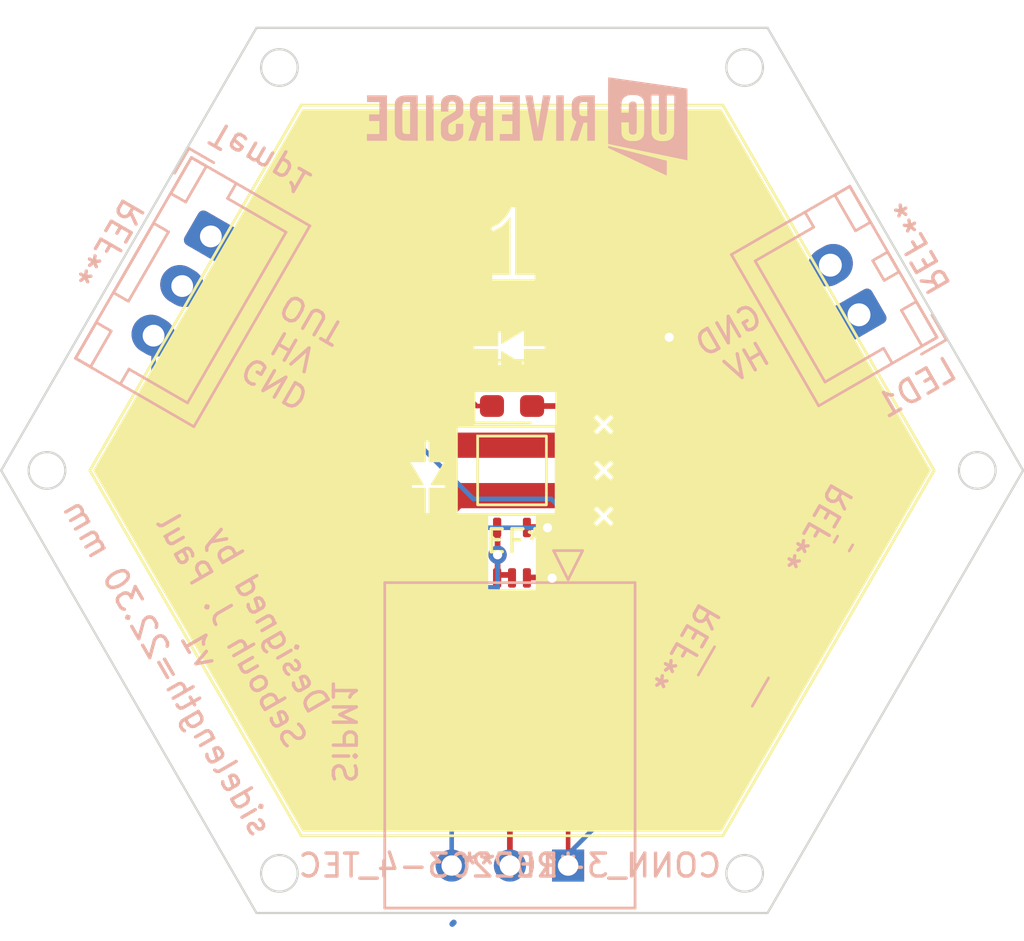
<source format=kicad_pcb>
(kicad_pcb (version 20211014) (generator pcbnew)
  (layers (0 "F.Cu" signal) (31 "B.Cu" signal) (34 "B.Paste" user) (35 "F.Paste" user) (36 "B.SilkS" user "B.Silkscreen") (37 "F.SilkS" user "F.Silkscreen") (38 "B.Mask" user) (39 "F.Mask" user) (44 "Edge.Cuts" user))
  (net 0 "")
  (footprint "Symbol:diode_direction_negative" (layer "F.Cu") (at 103.8 52.65)
    (fp_text reference "REF**" hide)
    (fp_text value "diode_direction_negative" hide)
    (fp_poly (pts (xy 1.4 0.05) (xy 1.4 -0.1) (xy 0.5 -0.1) (xy 0.5 -0.8) (xy -0.5 -0.2) (xy -0.5 -0.7) (xy -0.7 -0.7) (xy -0.7 -0.1) (xy -1.8 -0.1) (xy -1.8 0.1) (xy -0.7 0.1) (xy -0.7 0.8) (xy -0.5 0.8) (xy -0.5 0.2) (xy 0.5 0.8) (xy 0.5 0.1) (xy 2.5 0.1) (xy 2.5 1.9) (xy -1.9 1.9) (xy -1.9 -2) (xy 2.5 -2) (xy 2.5 0.075)) (layer "F.SilkS") (width 0.08) (fill solid))
  )
  (footprint "LED_SMD:LED_0603_1608Metric_Pad1.05x0.95mm_HandSolder" (layer "F.Cu") (at 103.74 55.2)
    (fp_text reference "REF**" (at 0 -1.43) (layer "F.SilkS"))
    (fp_text value "LED_0603_1608Metric_Pad1.05x0.95mm_HandSolder")
    (fp_line (start -1.66 -0.735) (end -1.66 0.735) (layer "F.SilkS") (width 0.12))
    (fp_line (start 0.8 -0.735) (end -1.66 -0.735) (layer "F.SilkS") (width 0.12))
    (fp_line (start -1.66 0.735) (end 0.8 0.735) (layer "F.SilkS") (width 0.12))
    (pad "1" smd roundrect (at -0.875 0) (size 1.05 0.95) (layers "F.Cu" "F.Paste" "F.Mask"))
    (pad "2" smd roundrect (at 0.875 0) (size 1.05 0.95) (layers "F.Cu" "F.Paste" "F.Mask"))
  )
  (footprint "" (layer "F.Cu") (at 103.09 62.7)
    (fp_text reference "" (at 0 0) (layer "F.SilkS") (effects (font (size 1.27 1.27))))
    (fp_text value "" (at 0 0) (layer "F.SilkS") (effects (font (size 1.27 1.27))))
    (pad "1" smd roundrect (at 0 0) (size 0.35 0.85) (layers "F.Cu" "F.Paste" "F.Mask"))
  )
  (footprint "Sensor:LM94021QBIMG-NOPB" (layer "F.Cu") (at 103.74 61.6)
    (fp_text reference "REF**" (at 0 -0.5 unlocked) (layer "F.SilkS"))
    (fp_text value "LM94021QBIMG-NOPB")
    (pad "1" smd roundrect (at -0.65 1.1) (size 0.35 0.85) (layers "F.Cu" "F.Paste" "F.Mask"))
    (pad "2" smd roundrect (at 0 1.1) (size 0.35 0.85) (layers "F.Cu" "F.Paste" "F.Mask"))
    (pad "3" smd roundrect (at 0.65 1.1) (size 0.35 0.85) (layers "F.Cu" "F.Paste" "F.Mask"))
    (pad "4" smd roundrect (at 0.65 -1.1) (size 0.35 0.85) (layers "F.Cu" "F.Paste" "F.Mask"))
    (pad "5" smd roundrect (at -0.65 -1.1) (size 0.35 0.85) (layers "F.Cu" "F.Paste" "F.Mask"))
  )
  (footprint "" (layer "F.Cu") (at 103.09 60.5)
    (fp_text reference "" (at 0 0) (layer "F.SilkS") (effects (font (size 1.27 1.27))))
    (fp_text value "" (at 0 0) (layer "F.SilkS") (effects (font (size 1.27 1.27))))
    (pad "5" smd roundrect (at 0 0) (size 0.35 0.85) (layers "F.Cu" "F.Paste" "F.Mask"))
  )
  (footprint "SiPM:S14160-3015PS_copy" (layer "F.Cu") (at 103.74 58.01)
    (fp_text reference "REF**" hide)
    (fp_text value "S14160-3015PS")
    (fp_line (start -18.42 0) (end -9.2 -15.94) (layer "F.SilkS") (width 0.12))
    (fp_line (start 9.2 15.94) (end 18.42 0) (layer "F.SilkS") (width 0.12))
    (fp_line (start 1.925 -1.925) (end -2.425 -1.925) (layer "F.SilkS") (width 0.12))
    (fp_line (start -2.425 1.925) (end -2.425 -1.925) (layer "F.SilkS") (width 0.12))
    (fp_line (start -2.425 1.925) (end 1.925 1.925) (layer "F.SilkS") (width 0.12))
    (fp_line (start 18.42 0) (end 9.2 -15.94) (layer "F.SilkS") (width 0.12))
    (fp_line (start 1.925 -1.925) (end 1.925 1.925) (layer "F.SilkS") (width 0.12))
    (fp_line (start -9.2 -15.94) (end 9.2 -15.94) (layer "F.SilkS") (width 0.12))
    (fp_line (start -9.2 15.94) (end -18.42 0) (layer "F.SilkS") (width 0.12))
    (fp_line (start -9.2 15.94) (end 9.2 15.94) (layer "F.SilkS") (width 0.12))
    (fp_rect (start -1.5 -1.5) (end 1.5 1.5) (layer "F.SilkS") (width 0.12) (fill none))
    (fp_rect (start 4.6 -7.3) (end 1.95 -2.6) (layer "F.SilkS") (width 0.12) (fill solid))
    (fp_rect (start 4.6 0.6) (end 3.375 1.4) (layer "F.SilkS") (width 0.12) (fill solid))
    (fp_rect (start 1.1 2) (end 1.95 2.575) (layer "F.SilkS") (width 0.12) (fill solid))
    (fp_rect (start -1.7 -2) (end -2.425 -7.3) (layer "F.SilkS") (width 0.12) (fill solid))
    (fp_rect (start 3.375 2.575) (end 1.95 -2.6) (layer "F.SilkS") (width 0.12) (fill solid))
    (fp_rect (start 1.1 5.525) (end 4.6 2.575) (layer "F.SilkS") (width 0.12) (fill solid))
    (fp_rect (start -4.975 1.975) (end -1.1 5.325) (layer "F.SilkS") (width 0.12) (fill solid))
    (fp_rect (start -2.425 -8.1) (end 4.6 -7.3) (layer "F.SilkS") (width 0.12) (fill solid))
    (fp_rect (start -2.425 -1.925) (end -5 -12.1) (layer "F.SilkS") (width 0.12) (fill solid))
    (fp_rect (start 4.6 -0.625) (end 3.375 -1.4) (layer "F.SilkS") (width 0.12) (fill solid))
    (fp_poly (pts (xy -0.1 -12.1) (xy -5 -11.9) (xy -4.975 5.2) (xy 4.6 5.3) (xy 4.6 -8.1) (xy 1.9 -8.125) (xy 1.9 -12.1) (xy 0 -12.1) (xy 0 -15.7) (xy 9.1 -15.7) (xy 18.2 0) (xy 9.1 15.7) (xy -9.1 15.7) (xy -18.2 0) (xy -9.1 -15.7) (xy -0.1 -15.7)) (layer "F.SilkS") (width 0.12) (fill solid))
    (fp_poly (pts (xy 4.6 -1.4) (xy 3.7 -1.4) (xy 3.7 -1.5) (xy 4 -1.8) (xy 4.3 -1.5) (xy 4.5 -1.7) (xy 4.2 -2) (xy 4.5 -2.3) (xy 4.3 -2.5) (xy 4 -2.2) (xy 3.7 -2.5) (xy 3.5 -2.3) (xy 3.8 -2) (xy 3.5 -1.7) (xy 3.65 -1.55) (xy 3.675 -1.4) (xy 3.4 -1.4) (xy 3.4 -2.6) (xy 4.6 -2.6)) (layer "F.SilkS") (width 0.12) (fill solid))
    (fp_poly (pts (xy -3.65 -1.3) (xy -3.8 -1.3) (xy -3.8 -0.4) (xy -4.5 -0.4) (xy -3.9 0.6) (xy -4.4 0.6) (xy -4.4 0.8) (xy -3.8 0.8) (xy -3.8 1.9) (xy -3.6 1.9) (xy -3.6 0.8) (xy -2.9 0.8) (xy -2.9 0.6) (xy -3.5 0.6) (xy -2.9 -0.4) (xy -3.6 -0.4) (xy -3.6 -1.925) (xy -2.425 -1.925) (xy -2.425 2) (xy -5 2) (xy -5 -1.9) (xy -3.65 -1.9)) (layer "F.SilkS") (width 0.08) (fill solid))
    (fp_poly (pts (xy 4.6 0.6) (xy 3.7 0.6) (xy 3.7 0.5) (xy 4 0.2) (xy 4.3 0.5) (xy 4.5 0.3) (xy 4.2 0) (xy 4.5 -0.3) (xy 4.3 -0.5) (xy 4 -0.2) (xy 3.7 -0.5) (xy 3.5 -0.3) (xy 3.8 0) (xy 3.5 0.3) (xy 3.65 0.45) (xy 3.675 0.6) (xy 3.4 0.6) (xy 3.4 -0.6) (xy 4.6 -0.6)) (layer "F.SilkS") (width 0.12) (fill solid))
    (fp_poly (pts (xy 4.6 2.6) (xy 3.7 2.6) (xy 3.7 2.5) (xy 4 2.2) (xy 4.3 2.5) (xy 4.5 2.3) (xy 4.2 2) (xy 4.5 1.7) (xy 4.3 1.5) (xy 4 1.8) (xy 3.7 1.5) (xy 3.5 1.7) (xy 3.8 2) (xy 3.5 2.3) (xy 3.65 2.45) (xy 3.675 2.6) (xy 3.4 2.6) (xy 3.4 1.4) (xy 4.6 1.4)) (layer "F.SilkS") (width 0.12) (fill solid))
    (pad "1" smd rect (at -0.25 -1.1) (size 4.3 1.1) (layers "F.Cu" "F.Paste" "F.Mask"))
    (pad "2" smd rect (at -0.25 1.1) (size 4.3 1.1) (layers "F.Cu" "F.Paste" "F.Mask"))
  )
  (footprint "Connector_JST:JST_XH_B3B-XH-A_1x03_P2.50mm_Vertical" (layer "B.Cu") (at 90.6 47.8 -120)
    (fp_text reference "REF**" (at 2.5 3.55 60) (layer "B.SilkS") (effects (justify mirror)))
    (fp_text value "JST_XH_B3B-XH-A_1x03_P2.50mm_Vertical")
    (fp_line (start -1.6 2.75) (end -2.85 2.75) (layer "B.SilkS") (width 0.12))
    (fp_line (start -2.55 2.45) (end -2.55 1.7) (layer "B.SilkS") (width 0.12))
    (fp_line (start 4.25 2.45) (end 0.75 2.45) (layer "B.SilkS") (width 0.12))
    (fp_line (start 4.25 1.7) (end 4.25 2.45) (layer "B.SilkS") (width 0.12))
    (fp_line (start 7.56 2.46) (end -2.56 2.46) (layer "B.SilkS") (width 0.12))
    (fp_line (start 7.55 1.7) (end 7.55 2.45) (layer "B.SilkS") (width 0.12))
    (fp_line (start 0.75 1.7) (end 4.25 1.7) (layer "B.SilkS") (width 0.12))
    (fp_line (start -1.8 -2.75) (end 2.5 -2.75) (layer "B.SilkS") (width 0.12))
    (fp_line (start 6.8 0.2) (end 6.8 -2.75) (layer "B.SilkS") (width 0.12))
    (fp_line (start 0.75 2.45) (end 0.75 1.7) (layer "B.SilkS") (width 0.12))
    (fp_line (start 5.75 1.7) (end 7.55 1.7) (layer "B.SilkS") (width 0.12))
    (fp_line (start 7.55 2.45) (end 5.75 2.45) (layer "B.SilkS") (width 0.12))
    (fp_line (start -1.8 0.2) (end -1.8 -2.75) (layer "B.SilkS") (width 0.12))
    (fp_line (start 5.75 2.45) (end 5.75 1.7) (layer "B.SilkS") (width 0.12))
    (fp_line (start 7.55 0.2) (end 6.8 0.2) (layer "B.SilkS") (width 0.12))
    (fp_line (start -2.55 1.7) (end -0.75 1.7) (layer "B.SilkS") (width 0.12))
    (fp_line (start -2.56 -3.51) (end 7.56 -3.51) (layer "B.SilkS") (width 0.12))
    (fp_line (start -2.85 2.75) (end -2.85 1.5) (layer "B.SilkS") (width 0.12))
    (fp_line (start -0.75 1.7) (end -0.75 2.45) (layer "B.SilkS") (width 0.12))
    (fp_line (start 6.8 -2.75) (end 2.5 -2.75) (layer "B.SilkS") (width 0.12))
    (fp_line (start -2.55 0.2) (end -1.8 0.2) (layer "B.SilkS") (width 0.12))
    (fp_line (start 7.56 -3.51) (end 7.56 2.46) (layer "B.SilkS") (width 0.12))
    (fp_line (start -2.56 2.46) (end -2.56 -3.51) (layer "B.SilkS") (width 0.12))
    (fp_line (start -0.75 2.45) (end -2.55 2.45) (layer "B.SilkS") (width 0.12))
    (pad "1" thru_hole roundrect (at 0 0 240) (size 1.7 1.95) (drill 0.95) (layers *.Cu *.Mask) (roundrect_rratio 0.1470588235))
    (pad "2" thru_hole oval (at 2.5 0 240) (size 1.7 1.95) (drill 0.95) (layers *.Cu *.Mask))
    (pad "3" thru_hole oval (at 5 0 240) (size 1.7 1.95) (drill 0.95) (layers *.Cu *.Mask))
  )
  (footprint "AMPMODU:3-102203-4" (layer "B.Cu") (at 106.1875 75.2501 180)
    (fp_text reference "REF**" (at 2.54 0) (layer "B.SilkS") (effects (justify mirror)))
    (fp_text value "CONN_3-102203-4_TEC" (at 2.54 0) (layer "B.SilkS") (effects (justify mirror)))
    (fp_text user "*" (at 0 0) (layer "B.SilkS") (effects (justify mirror)))
    (fp_line (start 0.635 13.7414) (end 0 12.4714) (layer "B.SilkS") (width 0.12))
    (fp_line (start 8.001 -1.8542) (end 8.001 12.3444) (layer "B.SilkS") (width 0.12))
    (fp_line (start 0 12.4714) (end -0.635 13.7414) (layer "B.SilkS") (width 0.12))
    (fp_line (start -2.921 -1.8542) (end 8.001 -1.8542) (layer "B.SilkS") (width 0.12))
    (fp_line (start -2.921 12.3444) (end -2.921 -1.8542) (layer "B.SilkS") (width 0.12))
    (fp_line (start 8.001 12.3444) (end -2.921 12.3444) (layer "B.SilkS") (width 0.12))
    (fp_line (start -0.635 13.7414) (end 0.635 13.7414) (layer "B.SilkS") (width 0.12))
    (pad "1" thru_hole rect locked (at 0 0 180) (size 1.397 1.397) (drill 0.889) (layers *.Cu *.Mask))
    (pad "2" thru_hole circle locked (at 2.54 0 180) (size 1.397 1.397) (drill 0.889) (layers *.Cu *.Mask))
    (pad "3" thru_hole circle locked (at 5.08 0 180) (size 1.397 1.397) (drill 0.889) (layers *.Cu *.Mask))
  )
  (footprint "Resistor_SMD:R_0402_1005Metric" (layer "B.Cu") (at 118.2 61.2 -120)
    (fp_text reference "REF**" (at 0 1.17 60) (layer "B.SilkS") (effects (justify mirror)))
    (fp_text value "R_0402_1005Metric")
    (fp_line (start -0.153641 0.38) (end 0.153641 0.38) (layer "B.SilkS") (width 0.12))
    (fp_line (start -0.153641 -0.38) (end 0.153641 -0.38) (layer "B.SilkS") (width 0.12))
    (pad "1" smd roundrect (at -0.51 0 240) (size 0.54 0.64) (layers "B.Cu" "B.Paste" "B.Mask"))
    (pad "2" smd roundrect (at 0.51 0 240) (size 0.54 0.64) (layers "B.Cu" "B.Paste" "B.Mask"))
  )
  (footprint "Capacitor_SMD:C_1210_3225Metric" (layer "B.Cu") (at 113.4 67 -120)
    (fp_text reference "REF**" (at 0 2.3 60) (layer "B.SilkS") (effects (justify mirror)))
    (fp_text value "C_1210_3225Metric")
    (fp_line (start -0.711252 -1.36) (end 0.711252 -1.36) (layer "B.SilkS") (width 0.12))
    (fp_line (start -0.711252 1.36) (end 0.711252 1.36) (layer "B.SilkS") (width 0.12))
    (pad "1" smd roundrect (at -1.475 0 240) (size 1.15 2.7) (layers "B.Cu" "B.Paste" "B.Mask") (roundrect_rratio 0.2173913043))
    (pad "2" smd roundrect (at 1.475 0 240) (size 1.15 2.7) (layers "B.Cu" "B.Paste" "B.Mask") (roundrect_rratio 0.2173913043))
  )
  (footprint "Connector_JST:JST_XH_B2B-XH-A_1x02_P2.50mm_Vertical" (layer "B.Cu") (at 118.879664 51.220032 120)
    (fp_text reference "REF**" (at 1.25 3.55 120) (layer "B.SilkS") (effects (justify mirror)))
    (fp_text value "JST_XH_B2B-XH-A_1x02_P2.50mm_Vertical")
    (fp_line (start -0.75 1.7) (end -0.75 2.45) (layer "B.SilkS") (width 0.12))
    (fp_line (start 4.3 0.2) (end 4.3 -2.75) (layer "B.SilkS") (width 0.12))
    (fp_line (start -2.55 0.2) (end -1.8 0.2) (layer "B.SilkS") (width 0.12))
    (fp_line (start 5.06 -3.51) (end 5.06 2.46) (layer "B.SilkS") (width 0.12))
    (fp_line (start 0.75 1.7) (end 1.75 1.7) (layer "B.SilkS") (width 0.12))
    (fp_line (start -2.55 1.7) (end -0.75 1.7) (layer "B.SilkS") (width 0.12))
    (fp_line (start -1.8 0.2) (end -1.8 -2.75) (layer "B.SilkS") (width 0.12))
    (fp_line (start 5.05 1.7) (end 5.05 2.45) (layer "B.SilkS") (width 0.12))
    (fp_line (start -2.85 2.75) (end -2.85 1.5) (layer "B.SilkS") (width 0.12))
    (fp_line (start -1.8 -2.75) (end 1.25 -2.75) (layer "B.SilkS") (width 0.12))
    (fp_line (start 0.75 2.45) (end 0.75 1.7) (layer "B.SilkS") (width 0.12))
    (fp_line (start 5.05 2.45) (end 3.25 2.45) (layer "B.SilkS") (width 0.12))
    (fp_line (start -2.55 2.45) (end -2.55 1.7) (layer "B.SilkS") (width 0.12))
    (fp_line (start -0.75 2.45) (end -2.55 2.45) (layer "B.SilkS") (width 0.12))
    (fp_line (start -1.6 2.75) (end -2.85 2.75) (layer "B.SilkS") (width 0.12))
    (fp_line (start 3.25 2.45) (end 3.25 1.7) (layer "B.SilkS") (width 0.12))
    (fp_line (start 3.25 1.7) (end 5.05 1.7) (layer "B.SilkS") (width 0.12))
    (fp_line (start -2.56 2.46) (end -2.56 -3.51) (layer "B.SilkS") (width 0.12))
    (fp_line (start 1.75 1.7) (end 1.75 2.45) (layer "B.SilkS") (width 0.12))
    (fp_line (start 1.75 2.45) (end 0.75 2.45) (layer "B.SilkS") (width 0.12))
    (fp_line (start 5.06 2.46) (end -2.56 2.46) (layer "B.SilkS") (width 0.12))
    (fp_line (start 5.05 0.2) (end 4.3 0.2) (layer "B.SilkS") (width 0.12))
    (fp_line (start -2.56 -3.51) (end 5.06 -3.51) (layer "B.SilkS") (width 0.12))
    (fp_line (start 4.3 -2.75) (end 1.25 -2.75) (layer "B.SilkS") (width 0.12))
    (pad "1" thru_hole roundrect (at 0 0 120) (size 1.7 2) (drill 1) (layers *.Cu *.Mask) (roundrect_rratio 0.1470588235))
    (pad "2" thru_hole oval (at 2.5 0 120) (size 1.7 2) (drill 1) (layers *.Cu *.Mask))
  )
  (footprint "Symbol:UCR_logo_1.4cm" (layer "B.Cu") (at 104.4 43 180)
    (fp_text reference "G***" hide)
    (fp_text value "LOGO" hide)
    (fp_poly (pts (xy -0.021082 1.355625) (xy 0.020969 1.354912) (xy 0.050873 1.353636) (xy 0.069922 1.351723) (xy 0.079407 1.3491) (xy 0.081056 1.346966) (xy 0.079714 1.338779) (xy 0.075793 1.316956) (xy 0.069452 1.282341) (xy 0.060848 1.235779) (xy 0.05014 1.178115) (xy 0.037484 1.110193) (xy 0.023038 1.032859) (xy 0.006962 0.946956) (xy -0.010588 0.853329) (xy -0.029454 0.752824) (xy -0.049477 0.646285) (xy -0.0705 0.534556) (xy -0.092366 0.418483) (xy -0.103163 0.361214) (xy -0.125369 0.243419) (xy -0.14681 0.129607) (xy -0.167328 0.020619) (xy -0.186766 -0.082703) (xy -0.204965 -0.179521) (xy -0.221769 -0.268992) (xy -0.237018 -0.350276) (xy -0.250557 -0.422533) (xy -0.262226 -0.484921) (xy -0.271868 -0.5366) (xy -0.279326 -0.57673) (xy -0.284443 -0.604469) (xy -0.287059 -0.618977) (xy -0.287381 -0.620999) (xy -0.29442 -0.622459) (xy -0.314224 -0.623767) (xy -0.344819 -0.624866) (xy -0.384233 -0.625698) (xy -0.430491 -0.626206) (xy -0.471599 -0.626341) (xy -0.521953 -0.626137) (xy -0.56706 -0.62556) (xy -0.604946 -0.62467) (xy -0.633638 -0.623524) (xy -0.651163 -0.622178) (xy -0.655817 -0.620982) (xy -0.657158 -0.613226) (xy -0.661075 -0.591829) (xy -0.66741 -0.557631) (xy -0.676007 -0.511474) (xy -0.686707 -0.454198) (xy -0.699353 -0.386643) (xy -0.713787 -0.309651) (xy -0.729851 -0.224063) (xy -0.747388 -0.130717) (xy -0.76624 -0.030457) (xy -0.78625 0.075879) (xy -0.807259 0.187449) (xy -0.82911 0.303413) (xy -0.840035 0.361361) (xy -0.862249 0.479235) (xy -0.883697 0.593171) (xy -0.904221 0.702325) (xy -0.923664 0.805853) (xy -0.941867 0.90291) (xy -0.958673 0.992651) (xy -0.973925 1.074231) (xy -0.987463 1.146805) (xy -0.999131 1.20953) (xy -1.00877 1.26156) (xy -1.016222 1.302051) (xy -1.021331 1.330158) (xy -1.023937 1.345036) (xy -1.024253 1.347234) (xy -1.020576 1.350219) (xy -1.008668 1.352394) (xy -0.987209 1.353814) (xy -0.954884 1.354534) (xy -0.910375 1.354607) (xy -0.856849 1.354142) (xy -0.689445 1.352162) (xy -0.578291 0.639462) (xy -0.562569 0.538852) (xy -0.54744 0.442402) (xy -0.533061 0.351103) (xy -0.519592 0.265947) (xy -0.507191 0.187927) (xy -0.496018 0.118034) (xy -0.48623 0.05726) (xy -0.477988 0.006597) (xy -0.471449 -0.032962) (xy -0.466772 -0.060427) (xy -0.464117 -0.074804) (xy -0.463603 -0.07677) (xy -0.461995 -0.070163) (xy -0.458301 -0.049977) (xy -0.45268 -0.0172) (xy -0.44529 0.027183) (xy -0.436292 0.082183) (xy -0.425843 0.146815) (xy -0.414104 0.220092) (xy -0.401234 0.301027) (xy -0.387391 0.388633) (xy -0.372735 0.481923) (xy -0.357426 0.579911) (xy -0.351 0.621191) (xy -0.335418 0.72133) (xy -0.320421 0.817536) (xy -0.306172 0.908785) (xy -0.292832 0.994053) (xy -0.280562 1.072314) (xy -0.269523 1.142544) (xy -0.259876 1.203717) (xy -0.251782 1.25481) (xy -0.245403 1.294797) (xy -0.2409 1.322654) (xy -0.238433 1.337356) (xy -0.238067 1.339266) (xy -0.236476 1.344733) (xy -0.23334 1.348842) (xy -0.226776 1.351788) (xy -0.214898 1.353765) (xy -0.195822 1.354966) (xy -0.167661 1.355584) (xy -0.128533 1.355813) (xy -0.076573 1.355846)) (layer "B.SilkS") (width 0) (fill solid))
    (fp_poly (pts (xy -3.531431 -0.856149) (xy -3.529851 -0.872059) (xy -3.52962 -0.890684) (xy -3.531192 -0.918885) (xy -3.535574 -0.936614) (xy -3.538831 -0.940819) (xy -3.54683 -0.944834) (xy -3.567304 -0.954723) (xy -3.599463 -0.970114) (xy -3.642519 -0.990634) (xy -3.695682 -1.015912) (xy -3.758163 -1.045573) (xy -3.829174 -1.079247) (xy -3.907926 -1.11656) (xy -3.993629 -1.15714) (xy -4.085495 -1.200615) (xy -4.182735 -1.246612) (xy -4.284559 -1.294758) (xy -4.390179 -1.344682) (xy -4.498806 -1.396011) (xy -4.60965 -1.448371) (xy -4.721923 -1.501392) (xy -4.834836 -1.5547) (xy -4.9476 -1.607924) (xy -5.059425 -1.660689) (xy -5.169524 -1.712625) (xy -5.277106 -1.763358) (xy -5.381383 -1.812517) (xy -5.481566 -1.859728) (xy -5.576866 -1.904619) (xy -5.666494 -1.946818) (xy -5.749661 -1.985953) (xy -5.825578 -2.02165) (xy -5.893455 -2.053537) (xy -5.952505 -2.081243) (xy -6.001938 -2.104394) (xy -6.040965 -2.122618) (xy -6.068798 -2.135543) (xy -6.084646 -2.142796) (xy -6.088185 -2.144299) (xy -6.089384 -2.137179) (xy -6.090499 -2.11681) (xy -6.091503 -2.084683) (xy -6.092369 -2.042286) (xy -6.09307 -1.991109) (xy -6.093581 -1.932642) (xy -6.093875 -1.868372) (xy -6.093937 -1.820971) (xy -6.093937 -1.497643) (xy -6.044198 -1.485237) (xy -6.025771 -1.48061) (xy -5.994623 -1.472752) (xy -5.951643 -1.461887) (xy -5.897717 -1.44824) (xy -5.833732 -1.432037) (xy -5.760574 -1.413503) (xy -5.679131 -1.392863) (xy -5.590289 -1.370341) (xy -5.494935 -1.346163) (xy -5.393955 -1.320554) (xy -5.288237 -1.29374) (xy -5.178668 -1.265944) (xy -5.066133 -1.237393) (xy -4.951521 -1.20831) (xy -4.835717 -1.178923) (xy -4.719609 -1.149454) (xy -4.604082 -1.12013) (xy -4.490025 -1.091176) (xy -4.378324 -1.062816) (xy -4.269866 -1.035276) (xy -4.165537 -1.008781) (xy -4.066224 -0.983556) (xy -3.972814 -0.959826) (xy -3.886194 -0.937815) (xy -3.807251 -0.91775) (xy -3.736871 -0.899855) (xy -3.675941 -0.884355) (xy -3.625348 -0.871475) (xy -3.585979 -0.861441) (xy -3.55872 -0.854477) (xy -3.544459 -0.850809) (xy -3.542516 -0.850293) (xy -3.535335 -0.849886)) (layer "B.SilkS") (width 0) (fill solid))
    (fp_poly (pts (xy 4.413867 -0.626341) (xy 4.082274 -0.626341) (xy 4.082274 1.355846) (xy 4.413867 1.355846)) (layer "B.SilkS") (width 0) (fill solid))
    (fp_poly (pts (xy 1.762967 1.355786) (xy 1.828408 1.35557) (xy 1.89197 1.354984) (xy 1.951474 1.354075) (xy 2.004739 1.352891) (xy 2.049587 1.351479) (xy 2.083835 1.349888) (xy 2.103771 1.348343) (xy 2.192516 1.333145) (xy 2.270184 1.308577) (xy 2.336655 1.274708) (xy 2.391805 1.231606) (xy 2.435511 1.179342) (xy 2.451938 1.151872) (xy 2.46334 1.129604) (xy 2.472734 1.108466) (xy 2.480295 1.086803) (xy 2.486199 1.062957) (xy 2.490622 1.035271) (xy 2.49374 1.002088) (xy 2.495728 0.96175) (xy 2.496762 0.9126) (xy 2.497018 0.852982) (xy 2.496673 0.781237) (xy 2.496271 0.733973) (xy 2.495583 0.663071) (xy 2.494901 0.605258) (xy 2.494124 0.558887) (xy 2.493149 0.522311) (xy 2.491875 0.493883) (xy 2.490199 0.471954) (xy 2.48802 0.454878) (xy 2.485237 0.441006) (xy 2.481747 0.428693) (xy 2.477449 0.416289) (xy 2.476479 0.41364) (xy 2.448246 0.356096) (xy 2.408613 0.302754) (xy 2.360918 0.257836) (xy 2.343255 0.245098) (xy 2.32034 0.22929) (xy 2.302826 0.216208) (xy 2.293861 0.208232) (xy 2.293351 0.207406) (xy 2.295285 0.199573) (xy 2.301557 0.179021) (xy 2.311762 0.146987) (xy 2.325494 0.104705) (xy 2.342348 0.053411) (xy 2.361917 -0.005662) (xy 2.383796 -0.071277) (xy 2.40758 -0.142199) (xy 2.431224 -0.212346) (xy 2.571105 -0.626341) (xy 2.233942 -0.626341) (xy 2.207932 -0.547128) (xy 2.199645 -0.521662) (xy 2.1876 -0.484327) (xy 2.172493 -0.437299) (xy 2.155021 -0.382756) (xy 2.135883 -0.322874) (xy 2.115776 -0.259833) (xy 2.096399 -0.198955) (xy 2.076599 -0.136715) (xy 2.057622 -0.077105) (xy 2.040069 -0.022011) (xy 2.02454 0.02668) (xy 2.011638 0.067082) (xy 2.001964 0.097309) (xy 1.996119 0.115475) (xy 1.99593 0.116058) (xy 1.980985 0.162112) (xy 1.820075 0.162112) (xy 1.820075 -0.626341) (xy 1.488482 -0.626341) (xy 1.488482 1.061097) (xy 1.820075 1.061097) (xy 1.820075 0.449493) (xy 1.928764 0.449534) (xy 1.969822 0.450071) (xy 2.007888 0.451518) (xy 2.039438 0.453673) (xy 2.06095 0.456337) (xy 2.065287 0.457304) (xy 2.101244 0.474393) (xy 2.132247 0.502663) (xy 2.154593 0.538611) (xy 2.156716 0.543787) (xy 2.161034 0.556664) (xy 2.164328 0.571431) (xy 2.166732 0.590185) (xy 2.168377 0.615018) (xy 2.169396 0.648028) (xy 2.169922 0.691308) (xy 2.170088 0.746954) (xy 2.17009 0.755295) (xy 2.169797 0.819834) (xy 2.168676 0.871538) (xy 2.166359 0.9123) (xy 2.16248 0.944014) (xy 2.156674 0.968574) (xy 2.148574 0.987876) (xy 2.137814 1.003812) (xy 2.124027 1.018277) (xy 2.118232 1.023508) (xy 2.100707 1.036937) (xy 2.081448 1.046829) (xy 2.057925 1.053685) (xy 2.027612 1.058005) (xy 1.987979 1.060292) (xy 1.936499 1.061044) (xy 1.928764 1.061056) (xy 1.820075 1.061097) (xy 1.488482 1.061097) (xy 1.488482 1.355846)) (layer "B.SilkS") (width 0) (fill solid))
    (fp_poly (pts (xy -3.538697 2.142681) (xy -3.537559 2.137445) (xy -3.536517 2.12802) (xy -3.535567 2.113836) (xy -3.534705 2.094321) (xy -3.533928 2.068904) (xy -3.533231 2.037015) (xy -3.53261 1.998082) (xy -3.532061 1.951534) (xy -3.53158 1.8968) (xy -3.531163 1.83331) (xy -3.530806 1.760492) (xy -3.530505 1.677776) (xy -3.530256 1.58459) (xy -3.530055 1.480363) (xy -3.529897 1.364524) (xy -3.529779 1.236502) (xy -3.529697 1.095727) (xy -3.529646 0.941627) (xy -3.529623 0.773632) (xy -3.52962 0.688976) (xy -3.529642 0.543671) (xy -3.529707 0.402343) (xy -3.529811 0.265694) (xy -3.529954 0.134426) (xy -3.530133 0.009241) (xy -3.530345 -0.109159) (xy -3.53059 -0.220073) (xy -3.530864 -0.322797) (xy -3.531166 -0.416631) (xy -3.531493 -0.500872) (xy -3.531843 -0.574818) (xy -3.532215 -0.637767) (xy -3.532606 -0.689017) (xy -3.533013 -0.727867) (xy -3.533436 -0.753613) (xy -3.533871 -0.765555) (xy -3.534017 -0.766347) (xy -3.541538 -0.767815) (xy -3.562854 -0.772133) (xy -3.597325 -0.779167) (xy -3.644313 -0.788788) (xy -3.703179 -0.800863) (xy -3.773284 -0.815261) (xy -3.85399 -0.831851) (xy -3.944657 -0.850501) (xy -4.044648 -0.871079) (xy -4.153323 -0.893455) (xy -4.270043 -0.917496) (xy -4.394171 -0.943071) (xy -4.525066 -0.970049) (xy -4.662092 -0.998299) (xy -4.804607 -1.027688) (xy -4.951975 -1.058085) (xy -5.103556 -1.089359) (xy -5.201191 -1.109508) (xy -5.35598 -1.141452) (xy -5.507428 -1.172707) (xy -5.654866 -1.203135) (xy -5.797624 -1.232596) (xy -5.935032 -1.260952) (xy -6.066419 -1.288066) (xy -6.191118 -1.313799) (xy -6.308456 -1.338013) (xy -6.417765 -1.36057) (xy -6.518375 -1.381331) (xy -6.609616 -1.400159) (xy -6.690818 -1.416914) (xy -6.761312 -1.431459) (xy -6.820427 -1.443656) (xy -6.867493 -1.453367) (xy -6.901842 -1.460452) (xy -6.922802 -1.464775) (xy -6.928445 -1.465937) (xy -6.992922 -1.479207) (xy -6.992922 1.348477) (xy -6.418863 1.348477) (xy -6.416092 0.517653) (xy -6.415601 0.381444) (xy -6.415078 0.259302) (xy -6.414513 0.150557) (xy -6.413899 0.054541) (xy -6.413224 -0.029417) (xy -6.41248 -0.101986) (xy -6.411658 -0.163837) (xy -6.410747 -0.215639) (xy -6.40974 -0.258062) (xy -6.408626 -0.291776) (xy -6.407395 -0.31745) (xy -6.40604 -0.335755) (xy -6.40455 -0.34736) (xy -6.403982 -0.350014) (xy -6.379244 -0.42144) (xy -6.343768 -0.482804) (xy -6.297515 -0.534143) (xy -6.240446 -0.575493) (xy -6.172519 -0.60689) (xy -6.102241 -0.626632) (xy -6.051589 -0.634448) (xy -5.991244 -0.639233) (xy -5.925937 -0.640978) (xy -5.860397 -0.639676) (xy -5.799356 -0.635322) (xy -5.747544 -0.627906) (xy -5.743923 -0.627177) (xy -5.666571 -0.605925) (xy -5.600881 -0.576181) (xy -5.545975 -0.537195) (xy -5.500975 -0.488217) (xy -5.465004 -0.4285) (xy -5.440771 -0.368436) (xy -5.438688 -0.361562) (xy -5.436825 -0.353593) (xy -5.435167 -0.343694) (xy -5.433701 -0.331029) (xy -5.43241 -0.314764) (xy -5.43128 -0.294064) (xy -5.430296 -0.268093) (xy -5.429443 -0.236016) (xy -5.428707 -0.196999) (xy -5.428072 -0.150205) (xy -5.427523 -0.0948) (xy -5.427046 -0.029949) (xy -5.426625 0.045183) (xy -5.426246 0.131432) (xy -5.425894 0.229632) (xy -5.425554 0.340619) (xy -5.425434 0.384282) (xy -5.107775 0.384282) (xy -5.107727 0.293023) (xy -5.107481 0.20278) (xy -5.107035 0.114868) (xy -5.106391 0.030598) (xy -5.105549 -0.048717) (xy -5.104507 -0.121763) (xy -5.103265 -0.187229) (xy -5.101824 -0.2438) (xy -5.100184 -0.290166) (xy -5.098343 -0.325012) (xy -5.096303 -0.347026) (xy -5.095434 -0.351932) (xy -5.072507 -0.421158) (xy -5.038515 -0.480962) (xy -4.993308 -0.531468) (xy -4.936739 -0.572802) (xy -4.86866 -0.605087) (xy -4.788923 -0.62845) (xy -4.761444 -0.633967) (xy -4.742911 -0.635857) (xy -4.712776 -0.637243) (xy -4.674171 -0.638056) (xy -4.630226 -0.638225) (xy -4.590717 -0.637804) (xy -4.538235 -0.636605) (xy -4.497525 -0.634906) (xy -4.465621 -0.632424) (xy -4.439558 -0.628876) (xy -4.416371 -0.62398) (xy -4.400393 -0.619635) (xy -4.32618 -0.592578) (xy -4.26416 -0.557914) (xy -4.213414 -0.514766) (xy -4.173025 -0.462256) (xy -4.142074 -0.399509) (xy -4.128678 -0.360102) (xy -4.125291 -0.345849) (xy -4.122484 -0.32714) (xy -4.120173 -0.302401) (xy -4.118279 -0.270057) (xy -4.116719 -0.228534) (xy -4.11541 -0.176257) (xy -4.114273 -0.111652) (xy -4.11371 -0.071845) (xy -4.110418 0.17685) (xy -4.435974 0.17685) (xy -4.435974 -0.014374) (xy -4.436304 -0.074127) (xy -4.437247 -0.128325) (xy -4.438728 -0.174901) (xy -4.440674 -0.211784) (xy -4.443012 -0.236905) (xy -4.444137 -0.243663) (xy -4.459971 -0.28548) (xy -4.486816 -0.318783) (xy -4.523177 -0.342851) (xy -4.567556 -0.356964) (xy -4.618459 -0.360404) (xy -4.671625 -0.353101) (xy -4.712982 -0.33684) (xy -4.746478 -0.309971) (xy -4.768207 -0.277182) (xy -4.770669 -0.271202) (xy -4.77282 -0.26417) (xy -4.774681 -0.255108) (xy -4.776271 -0.243035) (xy -4.777613 -0.226971) (xy -4.778727 -0.205937) (xy -4.779635 -0.178951) (xy -4.780357 -0.145034) (xy -4.780914 -0.103207) (xy -4.781328 -0.052488) (xy -4.781619 0.008102) (xy -4.781809 0.079542) (xy -4.781919 0.162814) (xy -4.781969 0.258897) (xy -4.78198 0.364752) (xy -4.781968 0.474136) (xy -4.781916 0.569762) (xy -4.781804 0.65261) (xy -4.781611 0.723662) (xy -4.781316 0.783895) (xy -4.780897 0.834292) (xy -4.780335 0.875831) (xy -4.779607 0.909493) (xy -4.778692 0.936258) (xy -4.777571 0.957105) (xy -4.776221 0.973016) (xy -4.774621 0.984969) (xy -4.772751 0.993945) (xy -4.77059 1.000924) (xy -4.768207 1.006687) (xy -4.744618 1.041478) (xy -4.710532 1.067731) (xy -4.671625 1.082605) (xy -4.616879 1.089711) (xy -4.566165 1.085642) (xy -4.521383 1.07112) (xy -4.484435 1.046864) (xy -4.457219 1.013595) (xy -4.449707 0.998463) (xy -4.446239 0.983398) (xy -4.443329 0.95576) (xy -4.440947 0.915018) (xy -4.439063 0.860643) (xy -4.437646 0.792104) (xy -4.437561 0.786612) (xy -4.434691 0.596867) (xy -4.110309 0.596867) (xy -4.113605 0.819771) (xy -4.114752 0.887479) (xy -4.116054 0.942222) (xy -4.117614 0.985772) (xy -4.119536 1.019901) (xy -4.121925 1.046382) (xy -4.124886 1.066987) (xy -4.128522 1.083488) (xy -4.129292 1.086287) (xy -4.155066 1.15451) (xy -4.191121 1.21302) (xy -4.237993 1.262322) (xy -4.296221 1.302915) (xy -4.366341 1.335304) (xy -4.411663 1.350236) (xy -4.433594 1.356156) (xy -4.454439 1.360499) (xy -4.477063 1.363502) (xy -4.504333 1.365402) (xy -4.539115 1.366437) (xy -4.584274 1.366843) (xy -4.612823 1.366885) (xy -4.664384 1.366717) (xy -4.704092 1.366053) (xy -4.734829 1.364649) (xy -4.759478 1.362265) (xy -4.78092 1.358659) (xy -4.802038 1.353588) (xy -4.815204 1.349901) (xy -4.891927 1.321771) (xy -4.956725 1.285111) (xy -5.009883 1.239647) (xy -5.051682 1.185108) (xy -5.082405 1.12122) (xy -5.09525 1.079813) (xy -5.097375 1.064008) (xy -5.099302 1.03478) (xy -5.101033 0.993441) (xy -5.102567 0.941305) (xy -5.103904 0.879683) (xy -5.105043 0.809889) (xy -5.105985 0.733236) (xy -5.10673 0.651036) (xy -5.107276 0.564602) (xy -5.107625 0.475246) (xy -5.107775 0.384282) (xy -5.425434 0.384282) (xy -5.425211 0.465227) (xy -5.425093 0.510285) (xy -5.422906 1.348477) (xy -5.74729 1.348477) (xy -5.749291 0.547128) (xy -5.751291 -0.254221) (xy -5.767704 -0.284917) (xy -5.79087 -0.317257) (xy -5.821511 -0.33945) (xy -5.862339 -0.353335) (xy -5.871319 -0.355157) (xy -5.927538 -0.36036) (xy -5.977461 -0.354375) (xy -6.019738 -0.337682) (xy -6.05302 -0.310763) (xy -6.071398 -0.283898) (xy -6.090253 -0.247257) (xy -6.094377 1.348477) (xy -6.418863 1.348477) (xy -6.992922 1.348477) (xy -6.992922 1.649424) (xy -6.972658 1.653598) (xy -6.963232 1.655086) (xy -6.940067 1.658531) (xy -6.903945 1.66382) (xy -6.855646 1.670841) (xy -6.795951 1.679485) (xy -6.725641 1.689637) (xy -6.645496 1.701188) (xy -6.556298 1.714025) (xy -6.458827 1.728037) (xy -6.353863 1.743113) (xy -6.242188 1.75914) (xy -6.124583 1.776007) (xy -6.001827 1.793602) (xy -5.874703 1.811814) (xy -5.743991 1.830531) (xy -5.610471 1.849642) (xy -5.474924 1.869035) (xy -5.338131 1.888598) (xy -5.200873 1.90822) (xy -5.063931 1.927789) (xy -4.928086 1.947193) (xy -4.794117 1.966322) (xy -4.662807 1.985062) (xy -4.534935 2.003304) (xy -4.411283 2.020934) (xy -4.292631 2.037842) (xy -4.179761 2.053916) (xy -4.073452 2.069043) (xy -3.974486 2.083114) (xy -3.883643 2.096015) (xy -3.801705 2.107636) (xy -3.729451 2.117865) (xy -3.667664 2.12659) (xy -3.617123 2.133699) (xy -3.578609 2.139081) (xy -3.552904 2.142625) (xy -3.540787 2.144218) (xy -3.539936 2.1443)) (layer "B.SilkS") (width 0) (fill solid))
    (fp_poly (pts (xy -2.680375 1.355786) (xy -2.614934 1.35557) (xy -2.551372 1.354984) (xy -2.491868 1.354075) (xy -2.438603 1.352891) (xy -2.393755 1.351479) (xy -2.359507 1.349888) (xy -2.339571 1.348343) (xy -2.250779 1.333072) (xy -2.173023 1.308298) (xy -2.106406 1.274097) (xy -2.051028 1.230547) (xy -2.006991 1.177725) (xy -1.974396 1.115707) (xy -1.956066 1.057137) (xy -1.952945 1.041559) (xy -1.950469 1.023557) (xy -1.948591 1.001493) (xy -1.947263 0.973725) (xy -1.94644 0.938614) (xy -1.946075 0.894519) (xy -1.946122 0.839802) (xy -1.946532 0.77282) (xy -1.946865 0.733672) (xy -1.947531 0.662902) (xy -1.948187 0.605236) (xy -1.948937 0.559045) (xy -1.949882 0.522696) (xy -1.951125 0.494558) (xy -1.952768 0.472999) (xy -1.954915 0.456387) (xy -1.957667 0.443091) (xy -1.961128 0.43148) (xy -1.965399 0.419921) (xy -1.966809 0.416333) (xy -1.997879 0.35226) (xy -2.03684 0.299215) (xy -2.08582 0.254665) (xy -2.124036 0.229064) (xy -2.140874 0.21767) (xy -2.150663 0.208541) (xy -2.151669 0.206279) (xy -2.149374 0.198347) (xy -2.142767 0.177711) (xy -2.132266 0.145623) (xy -2.118287 0.103339) (xy -2.101247 0.052111) (xy -2.081563 -0.006807) (xy -2.059651 -0.072161) (xy -2.035928 -0.142697) (xy -2.015347 -0.203732) (xy -1.990428 -0.277707) (xy -1.966978 -0.347629) (xy -1.945418 -0.412231) (xy -1.926163 -0.470246) (xy -1.909632 -0.520406) (xy -1.896243 -0.561446) (xy -1.886414 -0.592096) (xy -1.880563 -0.611092) (xy -1.879026 -0.617074) (xy -1.881833 -0.620231) (xy -1.891269 -0.622551) (xy -1.908854 -0.624105) (xy -1.936107 -0.624962) (xy -1.974549 -0.62519) (xy -2.025699 -0.624858) (xy -2.045621 -0.624638) (xy -2.212216 -0.622657) (xy -2.311031 -0.31317) (xy -2.332817 -0.244908) (xy -2.354175 -0.177932) (xy -2.374478 -0.114209) (xy -2.393101 -0.055706) (xy -2.409418 -0.004391) (xy -2.422803 0.037768) (xy -2.432629 0.068806) (xy -2.43591 0.079214) (xy -2.461974 0.162112) (xy -2.623267 0.162112) (xy -2.623267 -0.626341) (xy -2.95486 -0.626341) (xy -2.95486 1.061097) (xy -2.623267 1.061097) (xy -2.623267 0.449493) (xy -2.514578 0.449534) (xy -2.473568 0.450062) (xy -2.435596 0.451486) (xy -2.40417 0.453607) (xy -2.382796 0.456228) (xy -2.378486 0.457186) (xy -2.341547 0.474584) (xy -2.310219 0.503083) (xy -2.290788 0.533928) (xy -2.286616 0.544479) (xy -2.283389 0.556798) (xy -2.280991 0.572823) (xy -2.279301 0.594491) (xy -2.278203 0.623739) (xy -2.277576 0.662506) (xy -2.277304 0.712728) (xy -2.277261 0.755295) (xy -2.277443 0.81997) (xy -2.278219 0.871745) (xy -2.27993 0.912457) (xy -2.282918 0.94394) (xy -2.287525 0.968032) (xy -2.294093 0.986567) (xy -2.302963 1.001382) (xy -2.314478 1.014311) (xy -2.327698 1.026117) (xy -2.345049 1.038716) (xy -2.364492 1.047978) (xy -2.388541 1.054373) (xy -2.419709 1.058371) (xy -2.460509 1.060442) (xy -2.513453 1.061055) (xy -2.514578 1.061056) (xy -2.623267 1.061097) (xy -2.95486 1.061097) (xy -2.95486 1.355846)) (layer "B.SilkS") (width 0) (fill solid))
    (fp_poly (pts (xy 5.045735 1.355786) (xy 5.139792 1.355458) (xy 5.220651 1.354399) (xy 5.289841 1.352428) (xy 5.34889 1.349366) (xy 5.399327 1.34503) (xy 5.442681 1.339241) (xy 5.480481 1.331817) (xy 5.514256 1.322579) (xy 5.545535 1.311345) (xy 5.575846 1.297934) (xy 5.588595 1.29164) (xy 5.62735 1.266808) (xy 5.666788 1.232701) (xy 5.702348 1.193815) (xy 5.729471 1.154649) (xy 5.731812 1.150388) (xy 5.739342 1.136237) (xy 5.745982 1.123127) (xy 5.751789 1.110083) (xy 5.756818 1.096131) (xy 5.761126 1.080297) (xy 5.764768 1.061607) (xy 5.7678 1.039086) (xy 5.770278 1.011761) (xy 5.772258 0.978658) (xy 5.773795 0.938801) (xy 5.774946 0.891218) (xy 5.775766 0.834934) (xy 5.776312 0.768974) (xy 5.776639 0.692365) (xy 5.776802 0.604132) (xy 5.776858 0.503301) (xy 5.776864 0.388899) (xy 5.776863 0.364752) (xy 5.776863 0.247585) (xy 5.776824 0.144179) (xy 5.776688 0.053559) (xy 5.7764 -0.025251) (xy 5.775902 -0.093226) (xy 5.775138 -0.151342) (xy 5.77405 -0.200575) (xy 5.77258 -0.241901) (xy 5.770674 -0.276295) (xy 5.768272 -0.304733) (xy 5.765319 -0.32819) (xy 5.761757 -0.347643) (xy 5.75753 -0.364068) (xy 5.75258 -0.378438) (xy 5.746851 -0.391732) (xy 5.740285 -0.404924) (xy 5.732825 -0.41899) (xy 5.730887 -0.42262) (xy 5.692708 -0.478734) (xy 5.642644 -0.526392) (xy 5.581057 -0.565338) (xy 5.508309 -0.595314) (xy 5.474134 -0.605266) (xy 5.458313 -0.609172) (xy 5.442686 -0.612416) (xy 5.425687 -0.615077) (xy 5.405749 -0.617233) (xy 5.381306 -0.618964) (xy 5.350792 -0.620348) (xy 5.312639 -0.621464) (xy 5.265282 -0.622391) (xy 5.207155 -0.623208) (xy 5.13669 -0.623994) (xy 5.093632 -0.624426) (xy 4.774934 -0.627558) (xy 4.774934 1.061097) (xy 5.106527 1.061097) (xy 5.106527 -0.331592) (xy 5.211531 -0.331551) (xy 5.251931 -0.331004) (xy 5.289333 -0.329532) (xy 5.320134 -0.327345) (xy 5.34073 -0.324649) (xy 5.34394 -0.323899) (xy 5.380879 -0.306501) (xy 5.412206 -0.278002) (xy 5.431638 -0.247157) (xy 5.434115 -0.24107) (xy 5.436271 -0.233786) (xy 5.438127 -0.2243) (xy 5.439707 -0.211606) (xy 5.441032 -0.194699) (xy 5.442124 -0.172574) (xy 5.443006 -0.144225) (xy 5.443701 -0.108648) (xy 5.444229 -0.064837) (xy 5.444614 -0.011787) (xy 5.444877 0.051508) (xy 5.445042 0.126052) (xy 5.445129 0.212851) (xy 5.445162 0.312911) (xy 5.445165 0.364752) (xy 5.44515 0.471385) (xy 5.445091 0.564285) (xy 5.444966 0.644458) (xy 5.444751 0.71291) (xy 5.444426 0.770645) (xy 5.443968 0.818669) (xy 5.443355 0.857987) (xy 5.442563 0.889604) (xy 5.441572 0.914526) (xy 5.440359 0.933758) (xy 5.438902 0.948305) (xy 5.437178 0.959172) (xy 5.435166 0.967365) (xy 5.432842 0.973889) (xy 5.431638 0.976661) (xy 5.408433 1.011894) (xy 5.376107 1.039096) (xy 5.34394 1.053404) (xy 5.326552 1.056196) (xy 5.298032 1.058534) (xy 5.261984 1.06021) (xy 5.222011 1.061015) (xy 5.211531 1.061056) (xy 5.106527 1.061097) (xy 4.774934 1.061097) (xy 4.774934 1.355846)) (layer "B.SilkS") (width 0) (fill solid))
    (fp_poly (pts (xy 0.749768 1.354063) (xy 1.18268 1.352162) (xy 1.184678 1.206629) (xy 1.186676 1.061097) (xy 0.641079 1.061097) (xy 0.641079 0.52318) (xy 1.09794 0.52318) (xy 1.09794 0.236013) (xy 0.871352 0.234064) (xy 0.644763 0.232115) (xy 0.642833 -0.049739) (xy 0.640904 -0.331592) (xy 1.193733 -0.331592) (xy 1.193733 -0.626341) (xy 0.316855 -0.626341) (xy 0.316855 1.355964)) (layer "B.SilkS") (width 0) (fill solid))
    (fp_poly (pts (xy 6.985552 1.061097) (xy 6.447635 1.061097) (xy 6.447635 0.52318) (xy 6.897128 0.52318) (xy 6.897128 0.2358) (xy 6.447635 0.2358) (xy 6.447635 -0.331592) (xy 6.992921 -0.331592) (xy 6.992921 -0.626341) (xy 6.116043 -0.626341) (xy 6.116043 1.355846) (xy 6.985552 1.355846)) (layer "B.SilkS") (width 0) (fill solid))
    (fp_poly (pts (xy -1.267421 -0.626341) (xy -1.599014 -0.626341) (xy -1.599014 1.355846) (xy -1.267421 1.355846)) (layer "B.SilkS") (width 0) (fill solid))
    (fp_poly (pts (xy 3.320101 1.373283) (xy 3.379039 1.369711) (xy 3.429638 1.363005) (xy 3.441195 1.360669) (xy 3.510717 1.339623) (xy 3.575087 1.30911) (xy 3.63202 1.270684) (xy 3.679229 1.225899) (xy 3.714428 1.176308) (xy 3.715559 1.174236) (xy 3.728255 1.149289) (xy 3.738381 1.125223) (xy 3.746225 1.099972) (xy 3.752072 1.071465) (xy 3.75621 1.037636) (xy 3.758926 0.996416) (xy 3.760506 0.945736) (xy 3.761236 0.883528) (xy 3.76138 0.84372) (xy 3.761734 0.644764) (xy 3.43751 0.644764) (xy 3.433826 0.817929) (xy 3.43241 0.877523) (xy 3.430711 0.924371) (xy 3.428297 0.960462) (xy 3.42474 0.987787) (xy 3.419607 1.008336) (xy 3.41247 1.024098) (xy 3.402896 1.037063) (xy 3.390457 1.049223) (xy 3.382281 1.056252) (xy 3.347352 1.076948) (xy 3.305721 1.088156) (xy 3.261145 1.090098) (xy 3.217383 1.082997) (xy 3.178195 1.067078) (xy 3.147338 1.042564) (xy 3.147069 1.042259) (xy 3.131129 1.019608) (xy 3.119141 0.99481) (xy 3.117414 0.989453) (xy 3.114178 0.969398) (xy 3.11185 0.938181) (xy 3.110426 0.899352) (xy 3.109904 0.856458) (xy 3.110278 0.813049) (xy 3.111546 0.772671) (xy 3.113703 0.738874) (xy 3.116747 0.715206) (xy 3.117701 0.711082) (xy 3.127176 0.68798) (xy 3.143708 0.664582) (xy 3.168433 0.63998) (xy 3.202488 0.613263) (xy 3.247009 0.583521) (xy 3.303134 0.549845) (xy 3.356859 0.51962) (xy 3.434958 0.475884) (xy 3.500929 0.437189) (xy 3.556088 0.40254) (xy 3.601754 0.370942) (xy 3.639242 0.341402) (xy 3.66987 0.312924) (xy 3.694954 0.284516) (xy 3.715812 0.255181) (xy 3.723255 0.242987) (xy 3.734524 0.22256) (xy 3.743655 0.202497) (xy 3.750845 0.181037) (xy 3.756288 0.15642) (xy 3.760182 0.126885) (xy 3.762723 0.090674) (xy 3.764105 0.046025) (xy 3.764527 -0.008821) (xy 3.764183 -0.075625) (xy 3.763714 -0.120181) (xy 3.762888 -0.186162) (xy 3.762044 -0.239204) (xy 3.761059 -0.281104) (xy 3.759811 -0.31366) (xy 3.758181 -0.338669) (xy 3.756045 -0.357929) (xy 3.753282 -0.373238) (xy 3.749771 -0.386394) (xy 3.745389 -0.399193) (xy 3.744721 -0.401) (xy 3.71432 -0.465367) (xy 3.674585 -0.519115) (xy 3.624807 -0.562841) (xy 3.564279 -0.597141) (xy 3.492294 -0.622612) (xy 3.477286 -0.626497) (xy 3.437936 -0.633804) (xy 3.388134 -0.639545) (xy 3.3321 -0.643541) (xy 3.274053 -0.645616) (xy 3.218213 -0.645592) (xy 3.168801 -0.643291) (xy 3.142761 -0.640577) (xy 3.058685 -0.623494) (xy 2.985497 -0.596799) (xy 2.923348 -0.560613) (xy 2.872387 -0.515057) (xy 2.832762 -0.460256) (xy 2.804625 -0.396329) (xy 2.793639 -0.355178) (xy 2.791109 -0.33526) (xy 2.788974 -0.302203) (xy 2.787289 -0.257599) (xy 2.786103 -0.203043) (xy 2.785471 -0.140129) (xy 2.785378 -0.102799) (xy 2.785378 0.110531) (xy 3.109602 0.110531) (xy 3.109602 -0.240525) (xy 3.129866 -0.280532) (xy 3.156274 -0.317472) (xy 3.192195 -0.343354) (xy 3.237042 -0.357855) (xy 3.275399 -0.361067) (xy 3.326439 -0.355149) (xy 3.368984 -0.337609) (xy 3.402449 -0.308773) (xy 3.420931 -0.280532) (xy 3.428215 -0.265644) (xy 3.433504 -0.252316) (xy 3.437118 -0.237871) (xy 3.439375 -0.219636) (xy 3.440594 -0.194935) (xy 3.441095 -0.161094) (xy 3.441195 -0.115438) (xy 3.441195 -0.110522) (xy 3.440707 -0.0532) (xy 3.438872 -0.008236) (xy 3.435131 0.026728) (xy 3.428925 0.054051) (xy 3.419696 0.07609) (xy 3.406886 0.095204) (xy 3.389936 0.11375) (xy 3.387516 0.116128) (xy 3.371404 0.129102) (xy 3.344314 0.147774) (xy 3.308252 0.170871) (xy 3.265227 0.197122) (xy 3.217246 0.225254) (xy 3.198027 0.236232) (xy 3.119435 0.281424) (xy 3.052907 0.321211) (xy 2.997214 0.356559) (xy 2.95113 0.388433) (xy 2.913426 0.417796) (xy 2.882877 0.445614) (xy 2.858254 0.472852) (xy 2.838331 0.500475) (xy 2.82188 0.529446) (xy 2.819854 0.533523) (xy 2.810258 0.554293) (xy 2.802632 0.574422) (xy 2.79675 0.595913) (xy 2.792389 0.620775) (xy 2.789325 0.65101) (xy 2.787333 0.688626) (xy 2.786189 0.735628) (xy 2.785669 0.79402) (xy 2.785558 0.840329) (xy 2.785687 0.906117) (xy 2.786259 0.959007) (xy 2.787356 1.000836) (xy 2.789061 1.033439) (xy 2.791456 1.058651) (xy 2.794624 1.078309) (xy 2.796665 1.087182) (xy 2.82134 1.155894) (xy 2.857682 1.215654) (xy 2.905562 1.266345) (xy 2.964851 1.307847) (xy 3.035419 1.340044) (xy 3.092107 1.357141) (xy 3.138827 1.365649) (xy 3.195437 1.371205) (xy 3.257381 1.373765)) (layer "B.SilkS") (width 0) (fill solid))
  )
  (gr_poly (pts (xy 105.65 49.75) (xy 105.9 50) (xy 101.3 50) (xy 101.3 49.5) (xy 102.85 49.5) (xy 102.85 49.7) (xy 104.75 49.7) (xy 104.75 49.45) (xy 103.9 49.45) (xy 103.9 46.5) (xy 103.7 46.5) (xy 103.6 46.7) (xy 103.425 46.975) (xy 103.175 47.225) (xy 102.8 47.425) (xy 102.875 47.6) (xy 103.275 47.4) (xy 103.575 47.1) (xy 103.65 47) (xy 103.65 49.45) (xy 101.3 49.45) (xy 101.315 45.91) (xy 105.65 45.96)) (layer "F.SilkS") (width 0.05) (fill solid))
  (gr_circle (center 93.59 75.59) (end 94.39 75.59) (layer "Edge.Cuts") (width 0.1) (fill none))
  (gr_circle (center 83.45 58.01) (end 84.25 58.01) (layer "Edge.Cuts") (width 0.1) (fill none))
  (gr_line (start 92.59 38.7) (end 81.45 58.01) (layer "Edge.Cuts") (width 0.1))
  (gr_circle (center 113.89 75.59) (end 114.69 75.59) (layer "Edge.Cuts") (width 0.1) (fill none))
  (gr_line (start 114.89 38.7) (end 92.59 38.7) (layer "Edge.Cuts") (width 0.1))
  (gr_line (start 92.59 77.32) (end 114.89 77.32) (layer "Edge.Cuts") (width 0.1))
  (gr_line (start 81.45 58.01) (end 92.59 77.32) (layer "Edge.Cuts") (width 0.1))
  (gr_line (start 126.04 58.01) (end 114.89 77.32) (layer "Edge.Cuts") (width 0.1))
  (gr_circle (center 124.04 58.01) (end 124.84 58.01) (layer "Edge.Cuts") (width 0.1) (fill none))
  (gr_circle (center 113.89 40.43) (end 114.69 40.43) (layer "Edge.Cuts") (width 0.1) (fill none))
  (gr_circle (center 93.59 40.43) (end 94.39 40.43) (layer "Edge.Cuts") (width 0.1) (fill none))
  (gr_line (start 126.04 58.01) (end 114.89 38.7) (layer "Edge.Cuts") (width 0.1))
  (gr_text "Designed by \nSebouh J. Paul\nv1\nsidelength=22.30 mm" (at 90.8 65.4 -60) (layer "B.SilkS") (effects (font (size 1 1)) (justify mirror)))
  (gr_text "LED1" (at 121.4 54.4 30) (layer "B.SilkS") (effects (font (size 1 1)) (justify mirror)))
  (gr_text "GND\nHV\nOUT" (at 94.2 52.8 150) (layer "B.SilkS") (effects (font (size 1 1)) (justify mirror)))
  (gr_text "SiPM1" (at 96.4 69.4 -90) (layer "B.SilkS") (effects (font (size 1 1)) (justify mirror)))
  (gr_text "GND\nHV" (at 113.6 52.6 30) (layer "B.SilkS") (effects (font (size 1 1)) (justify mirror)))
  (gr_text "Temp1" (at 92.8 44.4 150) (layer "B.SilkS") (effects (font (size 1 1)) (justify mirror)))
  (segment (start 110.6 52.2) (end 110 51.6) (width 0.2) (layer "F.Cu") (net 0))
  (segment (start 103.49 59.11) (end 101.89 59.11) (width 0.25) (layer "F.Cu") (net 0))
  (segment (start 101.89 59.11) (end 100.2 60.8) (width 0.25) (layer "F.Cu") (net 0))
  (segment (start 114.042316 52.642316) (end 117.45738 52.642316) (width 0.25) (layer "F.Cu") (net 0))
  (segment (start 100.2 67.4) (end 103.6725 70.8725) (width 0.25) (layer "F.Cu") (net 0))
  (segment (start 103.49 56.91) (end 106.11 56.91) (width 0.25) (layer "F.Cu") (net 0))
  (segment (start 101 54) (end 102.2 55.2) (width 0.2) (layer "F.Cu") (net 0))
  (segment (start 111.484632 55.2) (end 114.042316 52.642316) (width 0.25) (layer "F.Cu") (net 0))
  (segment (start 110 51.6) (end 101.6 51.6) (width 0.2) (layer "F.Cu") (net 0))
  (segment (start 103.11 62.57) (end 103.11 60.54) (width 0.25) (layer "F.Cu") (net 0))
  (segment (start 103.6475 70.8975) (end 103.6475 75.2501) (width 0.25) (layer "F.Cu") (net 0))
  (segment (start 104.41 60.48) (end 105.26 60.48) (width 0.25) (layer "F.Cu") (net 0))
  (segment (start 117.45738 52.642316) (end 118.879664 51.220032) (width 0.25) (layer "F.Cu") (net 0))
  (segment (start 104.815 55.2) (end 111.484632 55.2) (width 0.25) (layer "F.Cu") (net 0))
  (segment (start 102.2 55.2) (end 102.865 55.2) (width 0.2) (layer "F.Cu") (net 0))
  (segment (start 104.41 62.68) (end 105.46 62.68) (width 0.25) (layer "F.Cu") (net 0))
  (segment (start 106.11 56.91) (end 107 57.8) (width 0.25) (layer "F.Cu") (net 0))
  (segment (start 101 52.2) (end 101 54) (width 0.2) (layer "F.Cu") (net 0))
  (segment (start 103.6725 70.8725) (end 103.6475 70.8975) (width 0.25) (layer "F.Cu") (net 0))
  (segment (start 103.76 62.57) (end 103.11 62.57) (width 0.25) (layer "F.Cu") (net 0))
  (segment (start 101.6 51.6) (end 101 52.2) (width 0.2) (layer "F.Cu") (net 0))
  (segment (start 100.2 60.8) (end 100.2 67.4) (width 0.25) (layer "F.Cu") (net 0))
  (segment (start 106.1875 75.2501) (end 106.1875 67.0125) (width 0.2) (layer "F.Cu") (net 0))
  (segment (start 106.1875 67.0125) (end 107 66.2) (width 0.2) (layer "F.Cu") (net 0))
  (segment (start 107 57.8) (end 107 66.2) (width 0.25) (layer "F.Cu") (net 0))
  (via (at 105.49 62.71) (size 0.8) (drill 0.4) (layers "F.Cu" "B.Cu") (net 0))
  (via (at 110.6 52.2) (size 0.8) (drill 0.4) (layers "F.Cu" "B.Cu") (net 0))
  (via (at 105.29 60.51) (size 0.8) (drill 0.4) (layers "F.Cu" "B.Cu") (net 0))
  (via (at 103.11 61.69) (size 0.8) (drill 0.4) (layers "F.Cu" "B.Cu") (net 0))
  (segment (start 111.4 62.985113) (end 114.1375 65.722613) (width 0.2) (layer "B.Cu") (net 0))
  (segment (start 106.74 65.22) (end 106.02 65.22) (width 0.2) (layer "B.Cu") (net 0))
  (segment (start 88.1 54.1) (end 88.1 52.130127) (width 0.2) (layer "B.Cu") (net 0))
  (segment (start 94.7 60.7) (end 88.1 54.1) (width 0.2) (layer "B.Cu") (net 0))
  (segment (start 110.6 52.2) (end 116 57.6) (width 0.2) (layer "B.Cu") (net 0))
  (segment (start 109 53.4) (end 109 51.6) (width 0.25) (layer "B.Cu") (net 0))
  (segment (start 106.8 61.4) (end 105.49 62.71) (width 0.2) (layer "B.Cu") (net 0))
  (segment (start 102.05 59.25) (end 105.45 59.25) (width 0.2) (layer "B.Cu") (net 0))
  (segment (start 109.58 62.38) (end 108.68 63.28) (width 0.2) (layer "B.Cu") (net 0))
  (segment (start 106.8 60.6) (end 106.8 61.4) (width 0.2) (layer "B.Cu") (net 0))
  (segment (start 116.2 52.09) (end 116.2 50.2) (width 0.2) (layer "B.Cu") (net 0))
  (segment (start 97.11 63.11) (end 94.7 60.7) (width 0.2) (layer "B.Cu") (net 0))
  (segment (start 89.35 49.965064) (end 99.894936 60.51) (width 0.2) (layer "B.Cu") (net 0))
  (segment (start 111.545032 49.054968) (end 117.629664 49.054968) (width 0.25) (layer "B.Cu") (net 0))
  (segment (start 108.68 63.28) (end 106.74 65.22) (width 0.2) (layer "B.Cu") (net 0))
  (segment (start 109.62 62.38) (end 109.58 62.38) (width 0.2) (layer "B.Cu") (net 0))
  (segment (start 111.6 56) (end 109 53.4) (width 0.25) (layer "B.Cu") (net 0))
  (segment (start 105.45 59.25) (end 106.8 60.6) (width 0.2) (layer "B.Cu") (net 0))
  (segment (start 104.42 65.22) (end 103.11 63.91) (width 0.2) (layer "B.Cu") (net 0))
  (segment (start 106.02 65.22) (end 105.22 65.22) (width 0.2) (layer "B.Cu") (net 0))
  (segment (start 106.1875 74.752387) (end 112.6625 68.277387) (width 0.2) (layer "B.Cu") (net 0))
  (segment (start 117.241673 61.641673) (end 117.945 61.641673) (width 0.2) (layer "B.Cu") (net 0))
  (segment (start 111.4 60.6) (end 111.4 62.985113) (width 0.2) (layer "B.Cu") (net 0))
  (segment (start 95 61) (end 94.7 60.7) (width 0.2) (layer "B.Cu") (net 0))
  (segment (start 101.2 77.7325) (end 101.1325 77.8) (width 0.25) (layer "B.Cu") (net 0))
  (segment (start 103.11 63.11) (end 97.11 63.11) (width 0.2) (layer "B.Cu") (net 0))
  (segment (start 88.83802 49.453084) (end 89.35 49.965064) (width 0.2) (layer "B.Cu") (net 0))
  (segment (start 109 51.6) (end 111.545032 49.054968) (width 0.25) (layer "B.Cu") (net 0))
  (segment (start 117.345032 49.054968) (end 117.629664 49.054968) (width 0.2) (layer "B.Cu") (net 0))
  (segment (start 99.894936 60.51) (end 105.29 60.51) (width 0.2) (layer "B.Cu") (net 0))
  (segment (start 118.455 54.345) (end 116.2 52.09) (width 0.2) (layer "B.Cu") (net 0))
  (segment (start 101.1075 75.2501) (end 101.1075 69.3325) (width 0.2) (layer "B.Cu") (net 0))
  (segment (start 118.641673 60.758327) (end 118.455 60.758327) (width 0.2) (layer "B.Cu") (net 0))
  (segment (start 116 57.6) (end 116 60.4) (width 0.2) (layer "B.Cu") (net 0))
  (segment (start 89.927611 47.25338) (end 90.05338 47.25338) (width 0.2) (layer "B.Cu") (net 0))
  (segment (start 105.22 65.22) (end 104.42 65.22) (width 0.2) (layer "B.Cu") (net 0))
  (segment (start 101.1075 69.3325) (end 105.22 65.22) (width 0.2) (layer "B.Cu") (net 0))
  (segment (start 111.4 60.6) (end 111.6 60.4) (width 0.25) (layer "B.Cu") (net 0))
  (segment (start 106.1875 75.2501) (end 106.1875 74.752387) (width 0.2) (layer "B.Cu") (net 0))
  (segment (start 116.2 50.2) (end 117.345032 49.054968) (width 0.2) (layer "B.Cu") (net 0))
  (segment (start 111.6 60.4) (end 111.6 56) (width 0.25) (layer "B.Cu") (net 0))
  (segment (start 111.4 60.6) (end 109.62 62.38) (width 0.2) (layer "B.Cu") (net 0))
  (segment (start 109.47 62.49) (end 109.58 62.38) (width 0.2) (layer "B.Cu") (net 0))
  (segment (start 105.49 62.71) (end 105.49 62.69) (width 0.2) (layer "B.Cu") (net 0))
  (segment (start 103.11 63.91) (end 103.11 63.11) (width 0.2) (layer "B.Cu") (net 0))
  (segment (start 118.455 51.644696) (end 118.879664 51.220032) (width 0.2) (layer "B.Cu") (net 0))
  (segment (start 88.657611 49.453084) (end 88.83802 49.453084) (width 0.2) (layer "B.Cu") (net 0))
  (segment (start 103.11 63.11) (end 103.11 61.69) (width 0.2) (layer "B.Cu") (net 0))
  (segment (start 116 60.4) (end 117.241673 61.641673) (width 0.2) (layer "B.Cu") (net 0))
  (segment (start 90.05338 47.25338) (end 102.05 59.25) (width 0.2) (layer "B.Cu") (net 0))
  (segment (start 118.455 60.758327) (end 118.455 54.345) (width 0.2) (layer "B.Cu") (net 0))
)
</source>
